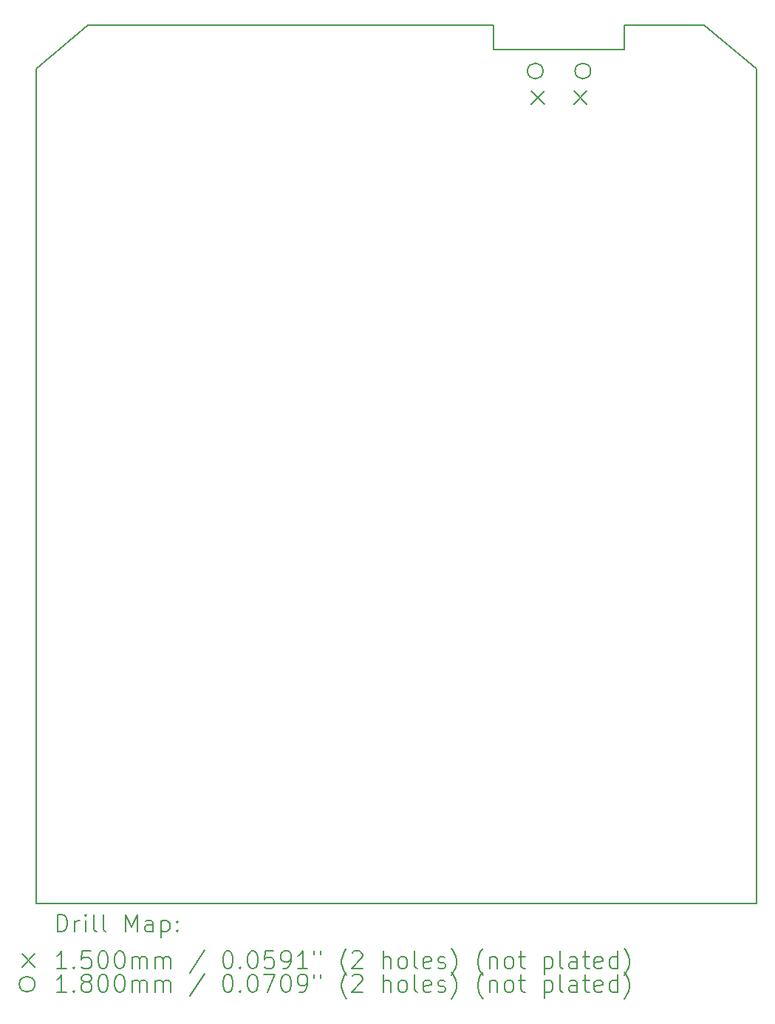
<source format=gbr>
%FSLAX45Y45*%
G04 Gerber Fmt 4.5, Leading zero omitted, Abs format (unit mm)*
G04 Created by KiCad (PCBNEW (6.0.5-0)) date 2023-01-01 23:24:14*
%MOMM*%
%LPD*%
G01*
G04 APERTURE LIST*
%TA.AperFunction,Profile*%
%ADD10C,0.200000*%
%TD*%
%ADD11C,0.200000*%
%ADD12C,0.150000*%
%ADD13C,0.180000*%
G04 APERTURE END LIST*
D10*
X17033000Y-5383200D02*
X17633000Y-5883200D01*
X9378000Y-5883200D02*
X9978000Y-5383200D01*
X16121700Y-5383200D02*
X17033000Y-5383200D01*
X17633000Y-5883200D02*
X17633000Y-15443200D01*
X14623100Y-5664200D02*
X14623100Y-5383200D01*
X16121700Y-5383200D02*
X16121700Y-5664200D01*
X14623100Y-5383200D02*
X9978000Y-5383200D01*
X14623100Y-5664200D02*
X16121700Y-5664200D01*
X17633000Y-15443200D02*
X9378000Y-15443200D01*
X9378000Y-5883200D02*
X9378000Y-15443200D01*
D11*
D12*
X15056800Y-6133800D02*
X15206800Y-6283800D01*
X15206800Y-6133800D02*
X15056800Y-6283800D01*
X15541800Y-6133800D02*
X15691800Y-6283800D01*
X15691800Y-6133800D02*
X15541800Y-6283800D01*
D13*
X15191800Y-5905800D02*
G75*
G03*
X15191800Y-5905800I-90000J0D01*
G01*
X15736800Y-5905800D02*
G75*
G03*
X15736800Y-5905800I-90000J0D01*
G01*
D11*
X9625619Y-15763676D02*
X9625619Y-15563676D01*
X9673238Y-15563676D01*
X9701810Y-15573200D01*
X9720857Y-15592248D01*
X9730381Y-15611295D01*
X9739905Y-15649390D01*
X9739905Y-15677962D01*
X9730381Y-15716057D01*
X9720857Y-15735105D01*
X9701810Y-15754152D01*
X9673238Y-15763676D01*
X9625619Y-15763676D01*
X9825619Y-15763676D02*
X9825619Y-15630343D01*
X9825619Y-15668438D02*
X9835143Y-15649390D01*
X9844667Y-15639867D01*
X9863714Y-15630343D01*
X9882762Y-15630343D01*
X9949429Y-15763676D02*
X9949429Y-15630343D01*
X9949429Y-15563676D02*
X9939905Y-15573200D01*
X9949429Y-15582724D01*
X9958952Y-15573200D01*
X9949429Y-15563676D01*
X9949429Y-15582724D01*
X10073238Y-15763676D02*
X10054190Y-15754152D01*
X10044667Y-15735105D01*
X10044667Y-15563676D01*
X10178000Y-15763676D02*
X10158952Y-15754152D01*
X10149429Y-15735105D01*
X10149429Y-15563676D01*
X10406571Y-15763676D02*
X10406571Y-15563676D01*
X10473238Y-15706533D01*
X10539905Y-15563676D01*
X10539905Y-15763676D01*
X10720857Y-15763676D02*
X10720857Y-15658914D01*
X10711333Y-15639867D01*
X10692286Y-15630343D01*
X10654190Y-15630343D01*
X10635143Y-15639867D01*
X10720857Y-15754152D02*
X10701810Y-15763676D01*
X10654190Y-15763676D01*
X10635143Y-15754152D01*
X10625619Y-15735105D01*
X10625619Y-15716057D01*
X10635143Y-15697009D01*
X10654190Y-15687486D01*
X10701810Y-15687486D01*
X10720857Y-15677962D01*
X10816095Y-15630343D02*
X10816095Y-15830343D01*
X10816095Y-15639867D02*
X10835143Y-15630343D01*
X10873238Y-15630343D01*
X10892286Y-15639867D01*
X10901810Y-15649390D01*
X10911333Y-15668438D01*
X10911333Y-15725581D01*
X10901810Y-15744628D01*
X10892286Y-15754152D01*
X10873238Y-15763676D01*
X10835143Y-15763676D01*
X10816095Y-15754152D01*
X10997048Y-15744628D02*
X11006571Y-15754152D01*
X10997048Y-15763676D01*
X10987524Y-15754152D01*
X10997048Y-15744628D01*
X10997048Y-15763676D01*
X10997048Y-15639867D02*
X11006571Y-15649390D01*
X10997048Y-15658914D01*
X10987524Y-15649390D01*
X10997048Y-15639867D01*
X10997048Y-15658914D01*
D12*
X9218000Y-16018200D02*
X9368000Y-16168200D01*
X9368000Y-16018200D02*
X9218000Y-16168200D01*
D11*
X9730381Y-16183676D02*
X9616095Y-16183676D01*
X9673238Y-16183676D02*
X9673238Y-15983676D01*
X9654190Y-16012248D01*
X9635143Y-16031295D01*
X9616095Y-16040819D01*
X9816095Y-16164628D02*
X9825619Y-16174152D01*
X9816095Y-16183676D01*
X9806571Y-16174152D01*
X9816095Y-16164628D01*
X9816095Y-16183676D01*
X10006571Y-15983676D02*
X9911333Y-15983676D01*
X9901810Y-16078914D01*
X9911333Y-16069390D01*
X9930381Y-16059867D01*
X9978000Y-16059867D01*
X9997048Y-16069390D01*
X10006571Y-16078914D01*
X10016095Y-16097962D01*
X10016095Y-16145581D01*
X10006571Y-16164628D01*
X9997048Y-16174152D01*
X9978000Y-16183676D01*
X9930381Y-16183676D01*
X9911333Y-16174152D01*
X9901810Y-16164628D01*
X10139905Y-15983676D02*
X10158952Y-15983676D01*
X10178000Y-15993200D01*
X10187524Y-16002724D01*
X10197048Y-16021771D01*
X10206571Y-16059867D01*
X10206571Y-16107486D01*
X10197048Y-16145581D01*
X10187524Y-16164628D01*
X10178000Y-16174152D01*
X10158952Y-16183676D01*
X10139905Y-16183676D01*
X10120857Y-16174152D01*
X10111333Y-16164628D01*
X10101810Y-16145581D01*
X10092286Y-16107486D01*
X10092286Y-16059867D01*
X10101810Y-16021771D01*
X10111333Y-16002724D01*
X10120857Y-15993200D01*
X10139905Y-15983676D01*
X10330381Y-15983676D02*
X10349429Y-15983676D01*
X10368476Y-15993200D01*
X10378000Y-16002724D01*
X10387524Y-16021771D01*
X10397048Y-16059867D01*
X10397048Y-16107486D01*
X10387524Y-16145581D01*
X10378000Y-16164628D01*
X10368476Y-16174152D01*
X10349429Y-16183676D01*
X10330381Y-16183676D01*
X10311333Y-16174152D01*
X10301810Y-16164628D01*
X10292286Y-16145581D01*
X10282762Y-16107486D01*
X10282762Y-16059867D01*
X10292286Y-16021771D01*
X10301810Y-16002724D01*
X10311333Y-15993200D01*
X10330381Y-15983676D01*
X10482762Y-16183676D02*
X10482762Y-16050343D01*
X10482762Y-16069390D02*
X10492286Y-16059867D01*
X10511333Y-16050343D01*
X10539905Y-16050343D01*
X10558952Y-16059867D01*
X10568476Y-16078914D01*
X10568476Y-16183676D01*
X10568476Y-16078914D02*
X10578000Y-16059867D01*
X10597048Y-16050343D01*
X10625619Y-16050343D01*
X10644667Y-16059867D01*
X10654190Y-16078914D01*
X10654190Y-16183676D01*
X10749429Y-16183676D02*
X10749429Y-16050343D01*
X10749429Y-16069390D02*
X10758952Y-16059867D01*
X10778000Y-16050343D01*
X10806571Y-16050343D01*
X10825619Y-16059867D01*
X10835143Y-16078914D01*
X10835143Y-16183676D01*
X10835143Y-16078914D02*
X10844667Y-16059867D01*
X10863714Y-16050343D01*
X10892286Y-16050343D01*
X10911333Y-16059867D01*
X10920857Y-16078914D01*
X10920857Y-16183676D01*
X11311333Y-15974152D02*
X11139905Y-16231295D01*
X11568476Y-15983676D02*
X11587524Y-15983676D01*
X11606571Y-15993200D01*
X11616095Y-16002724D01*
X11625619Y-16021771D01*
X11635143Y-16059867D01*
X11635143Y-16107486D01*
X11625619Y-16145581D01*
X11616095Y-16164628D01*
X11606571Y-16174152D01*
X11587524Y-16183676D01*
X11568476Y-16183676D01*
X11549428Y-16174152D01*
X11539905Y-16164628D01*
X11530381Y-16145581D01*
X11520857Y-16107486D01*
X11520857Y-16059867D01*
X11530381Y-16021771D01*
X11539905Y-16002724D01*
X11549428Y-15993200D01*
X11568476Y-15983676D01*
X11720857Y-16164628D02*
X11730381Y-16174152D01*
X11720857Y-16183676D01*
X11711333Y-16174152D01*
X11720857Y-16164628D01*
X11720857Y-16183676D01*
X11854190Y-15983676D02*
X11873238Y-15983676D01*
X11892286Y-15993200D01*
X11901809Y-16002724D01*
X11911333Y-16021771D01*
X11920857Y-16059867D01*
X11920857Y-16107486D01*
X11911333Y-16145581D01*
X11901809Y-16164628D01*
X11892286Y-16174152D01*
X11873238Y-16183676D01*
X11854190Y-16183676D01*
X11835143Y-16174152D01*
X11825619Y-16164628D01*
X11816095Y-16145581D01*
X11806571Y-16107486D01*
X11806571Y-16059867D01*
X11816095Y-16021771D01*
X11825619Y-16002724D01*
X11835143Y-15993200D01*
X11854190Y-15983676D01*
X12101809Y-15983676D02*
X12006571Y-15983676D01*
X11997048Y-16078914D01*
X12006571Y-16069390D01*
X12025619Y-16059867D01*
X12073238Y-16059867D01*
X12092286Y-16069390D01*
X12101809Y-16078914D01*
X12111333Y-16097962D01*
X12111333Y-16145581D01*
X12101809Y-16164628D01*
X12092286Y-16174152D01*
X12073238Y-16183676D01*
X12025619Y-16183676D01*
X12006571Y-16174152D01*
X11997048Y-16164628D01*
X12206571Y-16183676D02*
X12244667Y-16183676D01*
X12263714Y-16174152D01*
X12273238Y-16164628D01*
X12292286Y-16136057D01*
X12301809Y-16097962D01*
X12301809Y-16021771D01*
X12292286Y-16002724D01*
X12282762Y-15993200D01*
X12263714Y-15983676D01*
X12225619Y-15983676D01*
X12206571Y-15993200D01*
X12197048Y-16002724D01*
X12187524Y-16021771D01*
X12187524Y-16069390D01*
X12197048Y-16088438D01*
X12206571Y-16097962D01*
X12225619Y-16107486D01*
X12263714Y-16107486D01*
X12282762Y-16097962D01*
X12292286Y-16088438D01*
X12301809Y-16069390D01*
X12492286Y-16183676D02*
X12378000Y-16183676D01*
X12435143Y-16183676D02*
X12435143Y-15983676D01*
X12416095Y-16012248D01*
X12397048Y-16031295D01*
X12378000Y-16040819D01*
X12568476Y-15983676D02*
X12568476Y-16021771D01*
X12644667Y-15983676D02*
X12644667Y-16021771D01*
X12939905Y-16259867D02*
X12930381Y-16250343D01*
X12911333Y-16221771D01*
X12901809Y-16202724D01*
X12892286Y-16174152D01*
X12882762Y-16126533D01*
X12882762Y-16088438D01*
X12892286Y-16040819D01*
X12901809Y-16012248D01*
X12911333Y-15993200D01*
X12930381Y-15964628D01*
X12939905Y-15955105D01*
X13006571Y-16002724D02*
X13016095Y-15993200D01*
X13035143Y-15983676D01*
X13082762Y-15983676D01*
X13101809Y-15993200D01*
X13111333Y-16002724D01*
X13120857Y-16021771D01*
X13120857Y-16040819D01*
X13111333Y-16069390D01*
X12997048Y-16183676D01*
X13120857Y-16183676D01*
X13358952Y-16183676D02*
X13358952Y-15983676D01*
X13444667Y-16183676D02*
X13444667Y-16078914D01*
X13435143Y-16059867D01*
X13416095Y-16050343D01*
X13387524Y-16050343D01*
X13368476Y-16059867D01*
X13358952Y-16069390D01*
X13568476Y-16183676D02*
X13549428Y-16174152D01*
X13539905Y-16164628D01*
X13530381Y-16145581D01*
X13530381Y-16088438D01*
X13539905Y-16069390D01*
X13549428Y-16059867D01*
X13568476Y-16050343D01*
X13597048Y-16050343D01*
X13616095Y-16059867D01*
X13625619Y-16069390D01*
X13635143Y-16088438D01*
X13635143Y-16145581D01*
X13625619Y-16164628D01*
X13616095Y-16174152D01*
X13597048Y-16183676D01*
X13568476Y-16183676D01*
X13749428Y-16183676D02*
X13730381Y-16174152D01*
X13720857Y-16155105D01*
X13720857Y-15983676D01*
X13901809Y-16174152D02*
X13882762Y-16183676D01*
X13844667Y-16183676D01*
X13825619Y-16174152D01*
X13816095Y-16155105D01*
X13816095Y-16078914D01*
X13825619Y-16059867D01*
X13844667Y-16050343D01*
X13882762Y-16050343D01*
X13901809Y-16059867D01*
X13911333Y-16078914D01*
X13911333Y-16097962D01*
X13816095Y-16117009D01*
X13987524Y-16174152D02*
X14006571Y-16183676D01*
X14044667Y-16183676D01*
X14063714Y-16174152D01*
X14073238Y-16155105D01*
X14073238Y-16145581D01*
X14063714Y-16126533D01*
X14044667Y-16117009D01*
X14016095Y-16117009D01*
X13997048Y-16107486D01*
X13987524Y-16088438D01*
X13987524Y-16078914D01*
X13997048Y-16059867D01*
X14016095Y-16050343D01*
X14044667Y-16050343D01*
X14063714Y-16059867D01*
X14139905Y-16259867D02*
X14149428Y-16250343D01*
X14168476Y-16221771D01*
X14178000Y-16202724D01*
X14187524Y-16174152D01*
X14197048Y-16126533D01*
X14197048Y-16088438D01*
X14187524Y-16040819D01*
X14178000Y-16012248D01*
X14168476Y-15993200D01*
X14149428Y-15964628D01*
X14139905Y-15955105D01*
X14501809Y-16259867D02*
X14492286Y-16250343D01*
X14473238Y-16221771D01*
X14463714Y-16202724D01*
X14454190Y-16174152D01*
X14444667Y-16126533D01*
X14444667Y-16088438D01*
X14454190Y-16040819D01*
X14463714Y-16012248D01*
X14473238Y-15993200D01*
X14492286Y-15964628D01*
X14501809Y-15955105D01*
X14578000Y-16050343D02*
X14578000Y-16183676D01*
X14578000Y-16069390D02*
X14587524Y-16059867D01*
X14606571Y-16050343D01*
X14635143Y-16050343D01*
X14654190Y-16059867D01*
X14663714Y-16078914D01*
X14663714Y-16183676D01*
X14787524Y-16183676D02*
X14768476Y-16174152D01*
X14758952Y-16164628D01*
X14749428Y-16145581D01*
X14749428Y-16088438D01*
X14758952Y-16069390D01*
X14768476Y-16059867D01*
X14787524Y-16050343D01*
X14816095Y-16050343D01*
X14835143Y-16059867D01*
X14844667Y-16069390D01*
X14854190Y-16088438D01*
X14854190Y-16145581D01*
X14844667Y-16164628D01*
X14835143Y-16174152D01*
X14816095Y-16183676D01*
X14787524Y-16183676D01*
X14911333Y-16050343D02*
X14987524Y-16050343D01*
X14939905Y-15983676D02*
X14939905Y-16155105D01*
X14949428Y-16174152D01*
X14968476Y-16183676D01*
X14987524Y-16183676D01*
X15206571Y-16050343D02*
X15206571Y-16250343D01*
X15206571Y-16059867D02*
X15225619Y-16050343D01*
X15263714Y-16050343D01*
X15282762Y-16059867D01*
X15292286Y-16069390D01*
X15301809Y-16088438D01*
X15301809Y-16145581D01*
X15292286Y-16164628D01*
X15282762Y-16174152D01*
X15263714Y-16183676D01*
X15225619Y-16183676D01*
X15206571Y-16174152D01*
X15416095Y-16183676D02*
X15397048Y-16174152D01*
X15387524Y-16155105D01*
X15387524Y-15983676D01*
X15578000Y-16183676D02*
X15578000Y-16078914D01*
X15568476Y-16059867D01*
X15549428Y-16050343D01*
X15511333Y-16050343D01*
X15492286Y-16059867D01*
X15578000Y-16174152D02*
X15558952Y-16183676D01*
X15511333Y-16183676D01*
X15492286Y-16174152D01*
X15482762Y-16155105D01*
X15482762Y-16136057D01*
X15492286Y-16117009D01*
X15511333Y-16107486D01*
X15558952Y-16107486D01*
X15578000Y-16097962D01*
X15644667Y-16050343D02*
X15720857Y-16050343D01*
X15673238Y-15983676D02*
X15673238Y-16155105D01*
X15682762Y-16174152D01*
X15701809Y-16183676D01*
X15720857Y-16183676D01*
X15863714Y-16174152D02*
X15844667Y-16183676D01*
X15806571Y-16183676D01*
X15787524Y-16174152D01*
X15778000Y-16155105D01*
X15778000Y-16078914D01*
X15787524Y-16059867D01*
X15806571Y-16050343D01*
X15844667Y-16050343D01*
X15863714Y-16059867D01*
X15873238Y-16078914D01*
X15873238Y-16097962D01*
X15778000Y-16117009D01*
X16044667Y-16183676D02*
X16044667Y-15983676D01*
X16044667Y-16174152D02*
X16025619Y-16183676D01*
X15987524Y-16183676D01*
X15968476Y-16174152D01*
X15958952Y-16164628D01*
X15949428Y-16145581D01*
X15949428Y-16088438D01*
X15958952Y-16069390D01*
X15968476Y-16059867D01*
X15987524Y-16050343D01*
X16025619Y-16050343D01*
X16044667Y-16059867D01*
X16120857Y-16259867D02*
X16130381Y-16250343D01*
X16149428Y-16221771D01*
X16158952Y-16202724D01*
X16168476Y-16174152D01*
X16178000Y-16126533D01*
X16178000Y-16088438D01*
X16168476Y-16040819D01*
X16158952Y-16012248D01*
X16149428Y-15993200D01*
X16130381Y-15964628D01*
X16120857Y-15955105D01*
D13*
X9368000Y-16363200D02*
G75*
G03*
X9368000Y-16363200I-90000J0D01*
G01*
D11*
X9730381Y-16453676D02*
X9616095Y-16453676D01*
X9673238Y-16453676D02*
X9673238Y-16253676D01*
X9654190Y-16282248D01*
X9635143Y-16301295D01*
X9616095Y-16310819D01*
X9816095Y-16434628D02*
X9825619Y-16444152D01*
X9816095Y-16453676D01*
X9806571Y-16444152D01*
X9816095Y-16434628D01*
X9816095Y-16453676D01*
X9939905Y-16339390D02*
X9920857Y-16329867D01*
X9911333Y-16320343D01*
X9901810Y-16301295D01*
X9901810Y-16291771D01*
X9911333Y-16272724D01*
X9920857Y-16263200D01*
X9939905Y-16253676D01*
X9978000Y-16253676D01*
X9997048Y-16263200D01*
X10006571Y-16272724D01*
X10016095Y-16291771D01*
X10016095Y-16301295D01*
X10006571Y-16320343D01*
X9997048Y-16329867D01*
X9978000Y-16339390D01*
X9939905Y-16339390D01*
X9920857Y-16348914D01*
X9911333Y-16358438D01*
X9901810Y-16377486D01*
X9901810Y-16415581D01*
X9911333Y-16434628D01*
X9920857Y-16444152D01*
X9939905Y-16453676D01*
X9978000Y-16453676D01*
X9997048Y-16444152D01*
X10006571Y-16434628D01*
X10016095Y-16415581D01*
X10016095Y-16377486D01*
X10006571Y-16358438D01*
X9997048Y-16348914D01*
X9978000Y-16339390D01*
X10139905Y-16253676D02*
X10158952Y-16253676D01*
X10178000Y-16263200D01*
X10187524Y-16272724D01*
X10197048Y-16291771D01*
X10206571Y-16329867D01*
X10206571Y-16377486D01*
X10197048Y-16415581D01*
X10187524Y-16434628D01*
X10178000Y-16444152D01*
X10158952Y-16453676D01*
X10139905Y-16453676D01*
X10120857Y-16444152D01*
X10111333Y-16434628D01*
X10101810Y-16415581D01*
X10092286Y-16377486D01*
X10092286Y-16329867D01*
X10101810Y-16291771D01*
X10111333Y-16272724D01*
X10120857Y-16263200D01*
X10139905Y-16253676D01*
X10330381Y-16253676D02*
X10349429Y-16253676D01*
X10368476Y-16263200D01*
X10378000Y-16272724D01*
X10387524Y-16291771D01*
X10397048Y-16329867D01*
X10397048Y-16377486D01*
X10387524Y-16415581D01*
X10378000Y-16434628D01*
X10368476Y-16444152D01*
X10349429Y-16453676D01*
X10330381Y-16453676D01*
X10311333Y-16444152D01*
X10301810Y-16434628D01*
X10292286Y-16415581D01*
X10282762Y-16377486D01*
X10282762Y-16329867D01*
X10292286Y-16291771D01*
X10301810Y-16272724D01*
X10311333Y-16263200D01*
X10330381Y-16253676D01*
X10482762Y-16453676D02*
X10482762Y-16320343D01*
X10482762Y-16339390D02*
X10492286Y-16329867D01*
X10511333Y-16320343D01*
X10539905Y-16320343D01*
X10558952Y-16329867D01*
X10568476Y-16348914D01*
X10568476Y-16453676D01*
X10568476Y-16348914D02*
X10578000Y-16329867D01*
X10597048Y-16320343D01*
X10625619Y-16320343D01*
X10644667Y-16329867D01*
X10654190Y-16348914D01*
X10654190Y-16453676D01*
X10749429Y-16453676D02*
X10749429Y-16320343D01*
X10749429Y-16339390D02*
X10758952Y-16329867D01*
X10778000Y-16320343D01*
X10806571Y-16320343D01*
X10825619Y-16329867D01*
X10835143Y-16348914D01*
X10835143Y-16453676D01*
X10835143Y-16348914D02*
X10844667Y-16329867D01*
X10863714Y-16320343D01*
X10892286Y-16320343D01*
X10911333Y-16329867D01*
X10920857Y-16348914D01*
X10920857Y-16453676D01*
X11311333Y-16244152D02*
X11139905Y-16501295D01*
X11568476Y-16253676D02*
X11587524Y-16253676D01*
X11606571Y-16263200D01*
X11616095Y-16272724D01*
X11625619Y-16291771D01*
X11635143Y-16329867D01*
X11635143Y-16377486D01*
X11625619Y-16415581D01*
X11616095Y-16434628D01*
X11606571Y-16444152D01*
X11587524Y-16453676D01*
X11568476Y-16453676D01*
X11549428Y-16444152D01*
X11539905Y-16434628D01*
X11530381Y-16415581D01*
X11520857Y-16377486D01*
X11520857Y-16329867D01*
X11530381Y-16291771D01*
X11539905Y-16272724D01*
X11549428Y-16263200D01*
X11568476Y-16253676D01*
X11720857Y-16434628D02*
X11730381Y-16444152D01*
X11720857Y-16453676D01*
X11711333Y-16444152D01*
X11720857Y-16434628D01*
X11720857Y-16453676D01*
X11854190Y-16253676D02*
X11873238Y-16253676D01*
X11892286Y-16263200D01*
X11901809Y-16272724D01*
X11911333Y-16291771D01*
X11920857Y-16329867D01*
X11920857Y-16377486D01*
X11911333Y-16415581D01*
X11901809Y-16434628D01*
X11892286Y-16444152D01*
X11873238Y-16453676D01*
X11854190Y-16453676D01*
X11835143Y-16444152D01*
X11825619Y-16434628D01*
X11816095Y-16415581D01*
X11806571Y-16377486D01*
X11806571Y-16329867D01*
X11816095Y-16291771D01*
X11825619Y-16272724D01*
X11835143Y-16263200D01*
X11854190Y-16253676D01*
X11987524Y-16253676D02*
X12120857Y-16253676D01*
X12035143Y-16453676D01*
X12235143Y-16253676D02*
X12254190Y-16253676D01*
X12273238Y-16263200D01*
X12282762Y-16272724D01*
X12292286Y-16291771D01*
X12301809Y-16329867D01*
X12301809Y-16377486D01*
X12292286Y-16415581D01*
X12282762Y-16434628D01*
X12273238Y-16444152D01*
X12254190Y-16453676D01*
X12235143Y-16453676D01*
X12216095Y-16444152D01*
X12206571Y-16434628D01*
X12197048Y-16415581D01*
X12187524Y-16377486D01*
X12187524Y-16329867D01*
X12197048Y-16291771D01*
X12206571Y-16272724D01*
X12216095Y-16263200D01*
X12235143Y-16253676D01*
X12397048Y-16453676D02*
X12435143Y-16453676D01*
X12454190Y-16444152D01*
X12463714Y-16434628D01*
X12482762Y-16406057D01*
X12492286Y-16367962D01*
X12492286Y-16291771D01*
X12482762Y-16272724D01*
X12473238Y-16263200D01*
X12454190Y-16253676D01*
X12416095Y-16253676D01*
X12397048Y-16263200D01*
X12387524Y-16272724D01*
X12378000Y-16291771D01*
X12378000Y-16339390D01*
X12387524Y-16358438D01*
X12397048Y-16367962D01*
X12416095Y-16377486D01*
X12454190Y-16377486D01*
X12473238Y-16367962D01*
X12482762Y-16358438D01*
X12492286Y-16339390D01*
X12568476Y-16253676D02*
X12568476Y-16291771D01*
X12644667Y-16253676D02*
X12644667Y-16291771D01*
X12939905Y-16529867D02*
X12930381Y-16520343D01*
X12911333Y-16491771D01*
X12901809Y-16472724D01*
X12892286Y-16444152D01*
X12882762Y-16396533D01*
X12882762Y-16358438D01*
X12892286Y-16310819D01*
X12901809Y-16282248D01*
X12911333Y-16263200D01*
X12930381Y-16234628D01*
X12939905Y-16225105D01*
X13006571Y-16272724D02*
X13016095Y-16263200D01*
X13035143Y-16253676D01*
X13082762Y-16253676D01*
X13101809Y-16263200D01*
X13111333Y-16272724D01*
X13120857Y-16291771D01*
X13120857Y-16310819D01*
X13111333Y-16339390D01*
X12997048Y-16453676D01*
X13120857Y-16453676D01*
X13358952Y-16453676D02*
X13358952Y-16253676D01*
X13444667Y-16453676D02*
X13444667Y-16348914D01*
X13435143Y-16329867D01*
X13416095Y-16320343D01*
X13387524Y-16320343D01*
X13368476Y-16329867D01*
X13358952Y-16339390D01*
X13568476Y-16453676D02*
X13549428Y-16444152D01*
X13539905Y-16434628D01*
X13530381Y-16415581D01*
X13530381Y-16358438D01*
X13539905Y-16339390D01*
X13549428Y-16329867D01*
X13568476Y-16320343D01*
X13597048Y-16320343D01*
X13616095Y-16329867D01*
X13625619Y-16339390D01*
X13635143Y-16358438D01*
X13635143Y-16415581D01*
X13625619Y-16434628D01*
X13616095Y-16444152D01*
X13597048Y-16453676D01*
X13568476Y-16453676D01*
X13749428Y-16453676D02*
X13730381Y-16444152D01*
X13720857Y-16425105D01*
X13720857Y-16253676D01*
X13901809Y-16444152D02*
X13882762Y-16453676D01*
X13844667Y-16453676D01*
X13825619Y-16444152D01*
X13816095Y-16425105D01*
X13816095Y-16348914D01*
X13825619Y-16329867D01*
X13844667Y-16320343D01*
X13882762Y-16320343D01*
X13901809Y-16329867D01*
X13911333Y-16348914D01*
X13911333Y-16367962D01*
X13816095Y-16387009D01*
X13987524Y-16444152D02*
X14006571Y-16453676D01*
X14044667Y-16453676D01*
X14063714Y-16444152D01*
X14073238Y-16425105D01*
X14073238Y-16415581D01*
X14063714Y-16396533D01*
X14044667Y-16387009D01*
X14016095Y-16387009D01*
X13997048Y-16377486D01*
X13987524Y-16358438D01*
X13987524Y-16348914D01*
X13997048Y-16329867D01*
X14016095Y-16320343D01*
X14044667Y-16320343D01*
X14063714Y-16329867D01*
X14139905Y-16529867D02*
X14149428Y-16520343D01*
X14168476Y-16491771D01*
X14178000Y-16472724D01*
X14187524Y-16444152D01*
X14197048Y-16396533D01*
X14197048Y-16358438D01*
X14187524Y-16310819D01*
X14178000Y-16282248D01*
X14168476Y-16263200D01*
X14149428Y-16234628D01*
X14139905Y-16225105D01*
X14501809Y-16529867D02*
X14492286Y-16520343D01*
X14473238Y-16491771D01*
X14463714Y-16472724D01*
X14454190Y-16444152D01*
X14444667Y-16396533D01*
X14444667Y-16358438D01*
X14454190Y-16310819D01*
X14463714Y-16282248D01*
X14473238Y-16263200D01*
X14492286Y-16234628D01*
X14501809Y-16225105D01*
X14578000Y-16320343D02*
X14578000Y-16453676D01*
X14578000Y-16339390D02*
X14587524Y-16329867D01*
X14606571Y-16320343D01*
X14635143Y-16320343D01*
X14654190Y-16329867D01*
X14663714Y-16348914D01*
X14663714Y-16453676D01*
X14787524Y-16453676D02*
X14768476Y-16444152D01*
X14758952Y-16434628D01*
X14749428Y-16415581D01*
X14749428Y-16358438D01*
X14758952Y-16339390D01*
X14768476Y-16329867D01*
X14787524Y-16320343D01*
X14816095Y-16320343D01*
X14835143Y-16329867D01*
X14844667Y-16339390D01*
X14854190Y-16358438D01*
X14854190Y-16415581D01*
X14844667Y-16434628D01*
X14835143Y-16444152D01*
X14816095Y-16453676D01*
X14787524Y-16453676D01*
X14911333Y-16320343D02*
X14987524Y-16320343D01*
X14939905Y-16253676D02*
X14939905Y-16425105D01*
X14949428Y-16444152D01*
X14968476Y-16453676D01*
X14987524Y-16453676D01*
X15206571Y-16320343D02*
X15206571Y-16520343D01*
X15206571Y-16329867D02*
X15225619Y-16320343D01*
X15263714Y-16320343D01*
X15282762Y-16329867D01*
X15292286Y-16339390D01*
X15301809Y-16358438D01*
X15301809Y-16415581D01*
X15292286Y-16434628D01*
X15282762Y-16444152D01*
X15263714Y-16453676D01*
X15225619Y-16453676D01*
X15206571Y-16444152D01*
X15416095Y-16453676D02*
X15397048Y-16444152D01*
X15387524Y-16425105D01*
X15387524Y-16253676D01*
X15578000Y-16453676D02*
X15578000Y-16348914D01*
X15568476Y-16329867D01*
X15549428Y-16320343D01*
X15511333Y-16320343D01*
X15492286Y-16329867D01*
X15578000Y-16444152D02*
X15558952Y-16453676D01*
X15511333Y-16453676D01*
X15492286Y-16444152D01*
X15482762Y-16425105D01*
X15482762Y-16406057D01*
X15492286Y-16387009D01*
X15511333Y-16377486D01*
X15558952Y-16377486D01*
X15578000Y-16367962D01*
X15644667Y-16320343D02*
X15720857Y-16320343D01*
X15673238Y-16253676D02*
X15673238Y-16425105D01*
X15682762Y-16444152D01*
X15701809Y-16453676D01*
X15720857Y-16453676D01*
X15863714Y-16444152D02*
X15844667Y-16453676D01*
X15806571Y-16453676D01*
X15787524Y-16444152D01*
X15778000Y-16425105D01*
X15778000Y-16348914D01*
X15787524Y-16329867D01*
X15806571Y-16320343D01*
X15844667Y-16320343D01*
X15863714Y-16329867D01*
X15873238Y-16348914D01*
X15873238Y-16367962D01*
X15778000Y-16387009D01*
X16044667Y-16453676D02*
X16044667Y-16253676D01*
X16044667Y-16444152D02*
X16025619Y-16453676D01*
X15987524Y-16453676D01*
X15968476Y-16444152D01*
X15958952Y-16434628D01*
X15949428Y-16415581D01*
X15949428Y-16358438D01*
X15958952Y-16339390D01*
X15968476Y-16329867D01*
X15987524Y-16320343D01*
X16025619Y-16320343D01*
X16044667Y-16329867D01*
X16120857Y-16529867D02*
X16130381Y-16520343D01*
X16149428Y-16491771D01*
X16158952Y-16472724D01*
X16168476Y-16444152D01*
X16178000Y-16396533D01*
X16178000Y-16358438D01*
X16168476Y-16310819D01*
X16158952Y-16282248D01*
X16149428Y-16263200D01*
X16130381Y-16234628D01*
X16120857Y-16225105D01*
M02*

</source>
